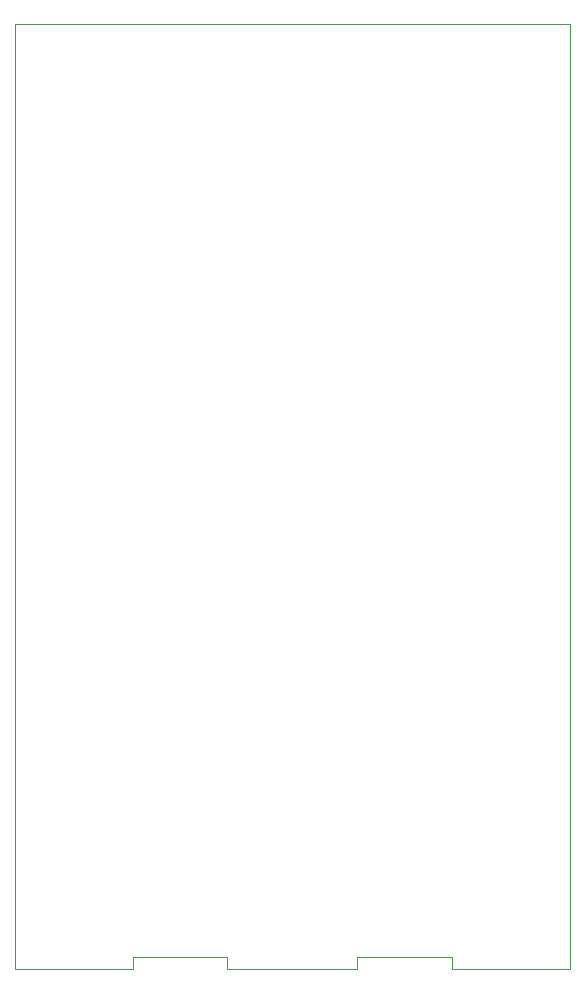
<source format=gbr>
G04 #@! TF.FileFunction,Profile,NP*
%FSLAX46Y46*%
G04 Gerber Fmt 4.6, Leading zero omitted, Abs format (unit mm)*
G04 Created by KiCad (PCBNEW 4.0.3-stable) date 10/17/17 23:13:47*
%MOMM*%
%LPD*%
G01*
G04 APERTURE LIST*
%ADD10C,0.100000*%
G04 APERTURE END LIST*
D10*
X166000000Y-135000000D02*
X158000000Y-135000000D01*
X166000000Y-136000000D02*
X166000000Y-135000000D01*
X176000000Y-136000000D02*
X166000000Y-136000000D01*
X176000000Y-135000000D02*
X176000000Y-136000000D01*
X158000000Y-136000000D02*
X158000000Y-135000000D01*
X147000000Y-136000000D02*
X158000000Y-136000000D01*
X147000000Y-135000000D02*
X147000000Y-136000000D01*
X139000000Y-135000000D02*
X147000000Y-135000000D01*
X139000000Y-136000000D02*
X139000000Y-135000000D01*
X129000000Y-136000000D02*
X139000000Y-136000000D01*
X129000000Y-135000000D02*
X129000000Y-136000000D01*
X129000000Y-135000000D02*
X129000000Y-56000000D01*
X176000000Y-56000000D02*
X176000000Y-135000000D01*
X129000000Y-56000000D02*
X176000000Y-56000000D01*
M02*

</source>
